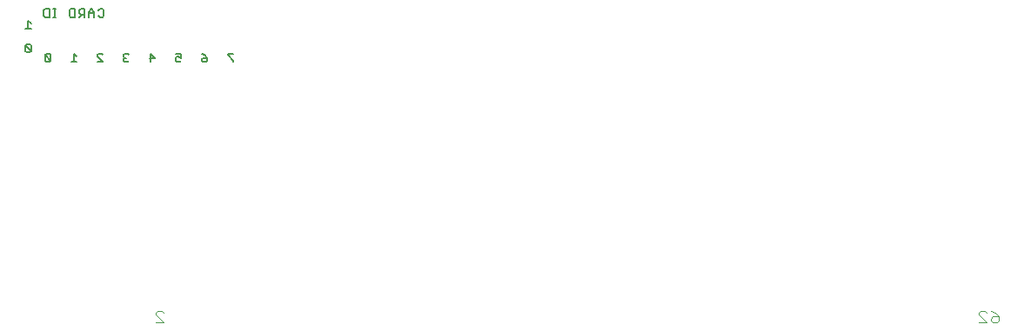
<source format=gbo>
G75*
G70*
%OFA0B0*%
%FSLAX24Y24*%
%IPPOS*%
%LPD*%
%AMOC8*
5,1,8,0,0,1.08239X$1,22.5*
%
%ADD10C,0.0080*%
%ADD11C,0.0040*%
D10*
X039111Y014543D02*
X039164Y014490D01*
X039271Y014490D01*
X039324Y014543D01*
X039111Y014757D01*
X039111Y014543D01*
X039324Y014543D02*
X039324Y014757D01*
X039271Y014810D01*
X039164Y014810D01*
X039111Y014757D01*
X039861Y014382D02*
X040074Y014168D01*
X040021Y014115D01*
X039914Y014115D01*
X039861Y014168D01*
X039861Y014382D01*
X039914Y014435D01*
X040021Y014435D01*
X040074Y014382D01*
X040074Y014168D01*
X040861Y014115D02*
X041074Y014115D01*
X040967Y014115D02*
X040967Y014435D01*
X041074Y014329D01*
X041861Y014329D02*
X041861Y014382D01*
X041914Y014435D01*
X042021Y014435D01*
X042074Y014382D01*
X041861Y014329D02*
X042074Y014115D01*
X041861Y014115D01*
X042861Y014168D02*
X042914Y014115D01*
X043021Y014115D01*
X043074Y014168D01*
X042967Y014275D02*
X042914Y014275D01*
X042861Y014222D01*
X042861Y014168D01*
X042914Y014275D02*
X042861Y014329D01*
X042861Y014382D01*
X042914Y014435D01*
X043021Y014435D01*
X043074Y014382D01*
X043861Y014275D02*
X044074Y014275D01*
X043914Y014435D01*
X043914Y014115D01*
X044861Y014168D02*
X044914Y014115D01*
X045021Y014115D01*
X045074Y014168D01*
X045074Y014275D02*
X044967Y014329D01*
X044914Y014329D01*
X044861Y014275D01*
X044861Y014168D01*
X045074Y014275D02*
X045074Y014435D01*
X044861Y014435D01*
X045861Y014435D02*
X045967Y014382D01*
X046074Y014275D01*
X045914Y014275D01*
X045861Y014222D01*
X045861Y014168D01*
X045914Y014115D01*
X046021Y014115D01*
X046074Y014168D01*
X046074Y014275D01*
X046861Y014382D02*
X046861Y014435D01*
X047074Y014435D01*
X046861Y014382D02*
X047074Y014168D01*
X047074Y014115D01*
X042118Y015881D02*
X042064Y015828D01*
X041958Y015828D01*
X041904Y015881D01*
X041749Y015828D02*
X041749Y016041D01*
X041643Y016148D01*
X041536Y016041D01*
X041536Y015828D01*
X041381Y015828D02*
X041381Y016148D01*
X041221Y016148D01*
X041168Y016094D01*
X041168Y015988D01*
X041221Y015934D01*
X041381Y015934D01*
X041274Y015934D02*
X041168Y015828D01*
X041013Y015828D02*
X040853Y015828D01*
X040799Y015881D01*
X040799Y016094D01*
X040853Y016148D01*
X041013Y016148D01*
X041013Y015828D01*
X041536Y015988D02*
X041749Y015988D01*
X041904Y016094D02*
X041958Y016148D01*
X042064Y016148D01*
X042118Y016094D01*
X042118Y015881D01*
X040276Y015828D02*
X040169Y015828D01*
X040223Y015828D02*
X040223Y016148D01*
X040276Y016148D02*
X040169Y016148D01*
X040031Y016148D02*
X039870Y016148D01*
X039817Y016094D01*
X039817Y015881D01*
X039870Y015828D01*
X040031Y015828D01*
X040031Y016148D01*
X039324Y015604D02*
X039217Y015710D01*
X039217Y015390D01*
X039111Y015390D02*
X039324Y015390D01*
D11*
X044180Y004580D02*
X044333Y004580D01*
X044410Y004504D01*
X044180Y004580D02*
X044103Y004504D01*
X044103Y004427D01*
X044410Y004120D01*
X044103Y004120D01*
X075643Y004120D02*
X075950Y004120D01*
X075643Y004427D01*
X075643Y004504D01*
X075719Y004580D01*
X075873Y004580D01*
X075950Y004504D01*
X076103Y004580D02*
X076257Y004504D01*
X076410Y004350D01*
X076180Y004350D01*
X076103Y004273D01*
X076103Y004197D01*
X076180Y004120D01*
X076333Y004120D01*
X076410Y004197D01*
X076410Y004350D01*
M02*

</source>
